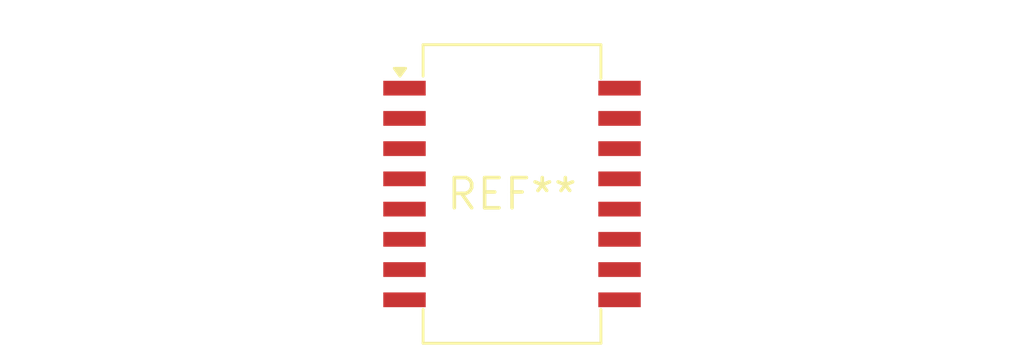
<source format=kicad_pcb>
(kicad_pcb (version 20240108) (generator pcbnew)
  (layers (0 "F.Cu" signal) (31 "B.Cu" signal) (34 "B.Paste" user) (35 "F.Paste" user) (36 "B.SilkS" user "B.Silkscreen") (37 "F.SilkS" user "F.Silkscreen") (38 "B.Mask" user) (39 "F.Mask" user) (44 "Edge.Cuts" user))
  (net 0 "")
  (footprint "Transformer_Ethernet_Bel_S558-5999-T7-F" (layer "F.Cu") (at 0 0)
    (property "Reference" "REF**")
    (property "Value" "Transformer_Ethernet_Bel_S558-5999-T7-F")
    (fp_line (start -3.73 -6.27) (end -3.73 -4.95) (layer "F.SilkS") (stroke (width 0.12)))
    (fp_line (start -3.73 -6.27) (end 3.73 -6.27) (layer "F.SilkS") (stroke (width 0.12)))
    (fp_line (start -3.73 6.27) (end -3.73 4.85) (layer "F.SilkS") (stroke (width 0.12)))
    (fp_line (start -3.73 6.27) (end 3.73 6.27) (layer "F.SilkS") (stroke (width 0.12)))
    (fp_line (start 3.73 -6.27) (end 3.73 -4.85) (layer "F.SilkS") (stroke (width 0.12)))
    (fp_line (start 3.73 6.27) (end 3.73 4.85) (layer "F.SilkS") (stroke (width 0.12)))
    (fp_poly (pts (xy -4.7 -4.95) (xy -4.94 -5.28) (xy -4.46 -5.28) (xy -4.7 -4.95)) (layer "F.SilkS") (stroke (width 0.12)) (fill solid))
    (pad "1" smd rect (at -4.51 -4.445) (size 1.78 0.62) (layers "F.Cu" "F.Paste" "F.Mask"))
    (pad "2" smd rect (at -4.51 -3.175) (size 1.78 0.62) (layers "F.Cu" "F.Paste" "F.Mask"))
    (pad "3" smd rect (at -4.51 -1.905) (size 1.78 0.62) (layers "F.Cu" "F.Paste" "F.Mask"))
    (pad "4" smd rect (at -4.51 -0.635) (size 1.78 0.62) (layers "F.Cu" "F.Paste" "F.Mask"))
    (pad "5" smd rect (at -4.51 0.635) (size 1.78 0.62) (layers "F.Cu" "F.Paste" "F.Mask"))
    (pad "6" smd rect (at -4.51 1.905) (size 1.78 0.62) (layers "F.Cu" "F.Paste" "F.Mask"))
    (pad "7" smd rect (at -4.51 3.175) (size 1.78 0.62) (layers "F.Cu" "F.Paste" "F.Mask"))
    (pad "8" smd rect (at -4.51 4.445) (size 1.78 0.62) (layers "F.Cu" "F.Paste" "F.Mask"))
    (pad "9" smd rect (at 4.51 4.445) (size 1.78 0.62) (layers "F.Cu" "F.Paste" "F.Mask"))
    (pad "10" smd rect (at 4.51 3.175) (size 1.78 0.62) (layers "F.Cu" "F.Paste" "F.Mask"))
    (pad "11" smd rect (at 4.51 1.905) (size 1.78 0.62) (layers "F.Cu" "F.Paste" "F.Mask"))
    (pad "12" smd rect (at 4.51 0.635) (size 1.78 0.62) (layers "F.Cu" "F.Paste" "F.Mask"))
    (pad "13" smd rect (at 4.51 -0.635) (size 1.78 0.62) (layers "F.Cu" "F.Paste" "F.Mask"))
    (pad "14" smd rect (at 4.51 -1.905) (size 1.78 0.62) (layers "F.Cu" "F.Paste" "F.Mask"))
    (pad "15" smd rect (at 4.51 -3.175) (size 1.78 0.62) (layers "F.Cu" "F.Paste" "F.Mask"))
    (pad "16" smd rect (at 4.51 -4.445) (size 1.78 0.62) (layers "F.Cu" "F.Paste" "F.Mask"))
  )
)
</source>
